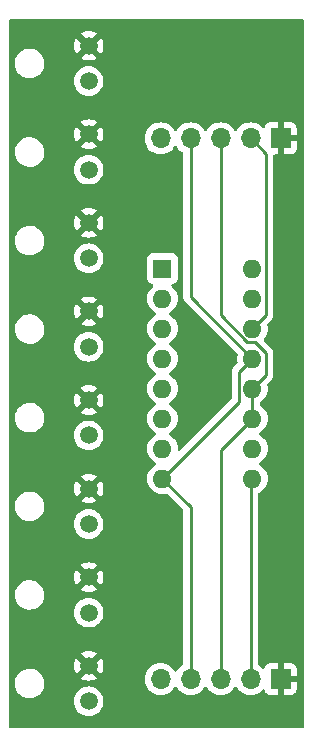
<source format=gbr>
%TF.GenerationSoftware,KiCad,Pcbnew,7.0.1*%
%TF.CreationDate,2023-08-30T09:29:13-04:00*%
%TF.ProjectId,TacTile-L2,54616354-696c-4652-9d4c-322e6b696361,rev?*%
%TF.SameCoordinates,Original*%
%TF.FileFunction,Copper,L1,Top*%
%TF.FilePolarity,Positive*%
%FSLAX46Y46*%
G04 Gerber Fmt 4.6, Leading zero omitted, Abs format (unit mm)*
G04 Created by KiCad (PCBNEW 7.0.1) date 2023-08-30 09:29:13*
%MOMM*%
%LPD*%
G01*
G04 APERTURE LIST*
%TA.AperFunction,ComponentPad*%
%ADD10R,1.700000X1.700000*%
%TD*%
%TA.AperFunction,ComponentPad*%
%ADD11O,1.700000X1.700000*%
%TD*%
%TA.AperFunction,ComponentPad*%
%ADD12C,1.500000*%
%TD*%
%TA.AperFunction,ComponentPad*%
%ADD13R,1.600000X1.600000*%
%TD*%
%TA.AperFunction,ComponentPad*%
%ADD14O,1.600000X1.600000*%
%TD*%
%TA.AperFunction,Conductor*%
%ADD15C,0.250000*%
%TD*%
G04 APERTURE END LIST*
D10*
%TO.P,J1,1,Pin_1*%
%TO.N,/OUT*%
X48000000Y-35100000D03*
D11*
%TO.P,J1,2,Pin_2*%
%TO.N,/SIN*%
X45460000Y-35100000D03*
%TO.P,J1,3,Pin_3*%
%TO.N,/CLK*%
X42920000Y-35100000D03*
%TO.P,J1,4,Pin_4*%
%TO.N,/GND*%
X40380000Y-35100000D03*
%TO.P,J1,5,Pin_5*%
%TO.N,/VCC*%
X37840000Y-35100000D03*
%TD*%
D12*
%TO.P,R2,1*%
%TO.N,/OUT*%
X31750000Y-34750000D03*
%TO.P,R2,2*%
%TO.N,Net-(U1-QB)*%
X31750000Y-37750000D03*
%TD*%
%TO.P,R8,1*%
%TO.N,/OUT*%
X31750000Y-79750000D03*
%TO.P,R8,2*%
%TO.N,Net-(U1-QH)*%
X31750000Y-82750000D03*
%TD*%
%TO.P,R6,1*%
%TO.N,/OUT*%
X31750000Y-64750000D03*
%TO.P,R6,2*%
%TO.N,Net-(U1-QF)*%
X31750000Y-67750000D03*
%TD*%
%TO.P,R4,1*%
%TO.N,/OUT*%
X31750000Y-49750000D03*
%TO.P,R4,2*%
%TO.N,Net-(U1-QD)*%
X31750000Y-52750000D03*
%TD*%
%TO.P,R7,1*%
%TO.N,/OUT*%
X31750000Y-72250000D03*
%TO.P,R7,2*%
%TO.N,Net-(U1-QG)*%
X31750000Y-75250000D03*
%TD*%
%TO.P,R3,1*%
%TO.N,/OUT*%
X31750000Y-42250000D03*
%TO.P,R3,2*%
%TO.N,Net-(U1-QC)*%
X31750000Y-45250000D03*
%TD*%
D13*
%TO.P,U1,1,QB*%
%TO.N,Net-(U1-QB)*%
X38000000Y-46125000D03*
D14*
%TO.P,U1,2,QC*%
%TO.N,Net-(U1-QC)*%
X38000000Y-48665000D03*
%TO.P,U1,3,QD*%
%TO.N,Net-(U1-QD)*%
X38000000Y-51205000D03*
%TO.P,U1,4,QE*%
%TO.N,Net-(U1-QE)*%
X38000000Y-53745000D03*
%TO.P,U1,5,QF*%
%TO.N,Net-(U1-QF)*%
X38000000Y-56285000D03*
%TO.P,U1,6,QG*%
%TO.N,Net-(U1-QG)*%
X38000000Y-58825000D03*
%TO.P,U1,7,QH*%
%TO.N,Net-(U1-QH)*%
X38000000Y-61365000D03*
%TO.P,U1,8,GND*%
%TO.N,/GND*%
X38000000Y-63905000D03*
%TO.P,U1,9,QH'*%
%TO.N,/SOUT*%
X45620000Y-63905000D03*
%TO.P,U1,10,~{SRCLR}*%
%TO.N,/VCC*%
X45620000Y-61365000D03*
%TO.P,U1,11,SRCLK*%
%TO.N,/CLK*%
X45620000Y-58825000D03*
%TO.P,U1,12,RCLK*%
X45620000Y-56285000D03*
%TO.P,U1,13,~{OE}*%
%TO.N,/GND*%
X45620000Y-53745000D03*
%TO.P,U1,14,SER*%
%TO.N,/SIN*%
X45620000Y-51205000D03*
%TO.P,U1,15,QA*%
%TO.N,Net-(U1-QA)*%
X45620000Y-48665000D03*
%TO.P,U1,16,VCC*%
%TO.N,/VCC*%
X45620000Y-46125000D03*
%TD*%
D12*
%TO.P,R1,1*%
%TO.N,/OUT*%
X31750000Y-27250000D03*
%TO.P,R1,2*%
%TO.N,Net-(U1-QA)*%
X31750000Y-30250000D03*
%TD*%
%TO.P,R5,1*%
%TO.N,/OUT*%
X31750000Y-57250000D03*
%TO.P,R5,2*%
%TO.N,Net-(U1-QE)*%
X31750000Y-60250000D03*
%TD*%
D10*
%TO.P,J2,1,Pin_1*%
%TO.N,/OUT*%
X48000000Y-80875000D03*
D11*
%TO.P,J2,2,Pin_2*%
%TO.N,/SOUT*%
X45460000Y-80875000D03*
%TO.P,J2,3,Pin_3*%
%TO.N,/CLK*%
X42920000Y-80875000D03*
%TO.P,J2,4,Pin_4*%
%TO.N,/GND*%
X40380000Y-80875000D03*
%TO.P,J2,5,Pin_5*%
%TO.N,/VCC*%
X37840000Y-80875000D03*
%TD*%
D15*
%TO.N,/GND*%
X40380000Y-35100000D02*
X40380000Y-48505000D01*
X40380000Y-66285000D02*
X38000000Y-63905000D01*
X40380000Y-48505000D02*
X45620000Y-53745000D01*
X44495000Y-57410000D02*
X44495000Y-54870000D01*
X38000000Y-63905000D02*
X44495000Y-57410000D01*
X40380000Y-80875000D02*
X40380000Y-66285000D01*
X44495000Y-54870000D02*
X45620000Y-53745000D01*
%TO.N,/CLK*%
X45620000Y-56285000D02*
X45620000Y-58825000D01*
X45154009Y-52330000D02*
X42920000Y-50095991D01*
X45795991Y-52330000D02*
X45154009Y-52330000D01*
X45620000Y-56285000D02*
X46745000Y-55160000D01*
X46745000Y-53279009D02*
X45795991Y-52330000D01*
X42920000Y-50095991D02*
X42920000Y-35100000D01*
X42920000Y-61525000D02*
X42920000Y-80875000D01*
X45620000Y-58825000D02*
X42920000Y-61525000D01*
X46745000Y-55160000D02*
X46745000Y-53279009D01*
%TO.N,/SIN*%
X46745000Y-36385000D02*
X46745000Y-50080000D01*
X45460000Y-35100000D02*
X46745000Y-36385000D01*
X46745000Y-50080000D02*
X45620000Y-51205000D01*
%TO.N,/SOUT*%
X45460000Y-64065000D02*
X45620000Y-63905000D01*
X45460000Y-80875000D02*
X45460000Y-64065000D01*
%TD*%
%TA.AperFunction,Conductor*%
%TO.N,/OUT*%
G36*
X49937500Y-25017113D02*
G01*
X49982887Y-25062500D01*
X49999500Y-25124500D01*
X49999500Y-84875500D01*
X49982887Y-84937500D01*
X49937500Y-84982887D01*
X49875500Y-84999500D01*
X25124500Y-84999500D01*
X25062500Y-84982887D01*
X25017113Y-84937500D01*
X25000500Y-84875500D01*
X25000500Y-82749999D01*
X30494722Y-82749999D01*
X30513792Y-82967974D01*
X30513793Y-82967977D01*
X30570425Y-83179330D01*
X30662898Y-83377639D01*
X30788402Y-83556877D01*
X30943123Y-83711598D01*
X31122361Y-83837102D01*
X31320670Y-83929575D01*
X31532023Y-83986207D01*
X31750000Y-84005277D01*
X31967977Y-83986207D01*
X32179330Y-83929575D01*
X32377639Y-83837102D01*
X32556877Y-83711598D01*
X32711598Y-83556877D01*
X32837102Y-83377639D01*
X32929575Y-83179330D01*
X32986207Y-82967977D01*
X33005277Y-82750000D01*
X32986207Y-82532023D01*
X32929575Y-82320670D01*
X32837102Y-82122362D01*
X32711598Y-81943123D01*
X32556877Y-81788402D01*
X32377639Y-81662898D01*
X32286205Y-81620261D01*
X32179331Y-81570425D01*
X31967974Y-81513792D01*
X31750000Y-81494722D01*
X31532025Y-81513792D01*
X31320668Y-81570425D01*
X31122361Y-81662898D01*
X30943122Y-81788402D01*
X30788402Y-81943122D01*
X30662898Y-82122361D01*
X30570425Y-82320668D01*
X30513792Y-82532025D01*
X30494722Y-82749999D01*
X25000500Y-82749999D01*
X25000500Y-81306328D01*
X25495709Y-81306328D01*
X25525925Y-81529388D01*
X25561211Y-81637988D01*
X25595483Y-81743464D01*
X25702148Y-81941681D01*
X25842492Y-82117666D01*
X26012004Y-82265765D01*
X26012006Y-82265766D01*
X26205237Y-82381216D01*
X26323214Y-82425493D01*
X26415976Y-82460307D01*
X26637453Y-82500500D01*
X26806153Y-82500500D01*
X26806155Y-82500500D01*
X26974188Y-82485377D01*
X27191170Y-82425493D01*
X27393973Y-82327829D01*
X27576078Y-82195522D01*
X27731632Y-82032825D01*
X27855635Y-81844968D01*
X27944103Y-81637988D01*
X27994191Y-81418537D01*
X28004290Y-81193670D01*
X27974075Y-80970613D01*
X27916405Y-80793124D01*
X31060426Y-80793124D01*
X31060427Y-80793125D01*
X31122610Y-80836666D01*
X31320840Y-80929102D01*
X31532113Y-80985712D01*
X31750000Y-81004775D01*
X31967886Y-80985712D01*
X32179159Y-80929102D01*
X32295180Y-80875000D01*
X36484340Y-80875000D01*
X36504936Y-81110407D01*
X36527247Y-81193671D01*
X36566097Y-81338663D01*
X36665965Y-81552830D01*
X36801505Y-81746401D01*
X36968599Y-81913495D01*
X37162170Y-82049035D01*
X37376337Y-82148903D01*
X37604592Y-82210063D01*
X37840000Y-82230659D01*
X38075408Y-82210063D01*
X38303663Y-82148903D01*
X38517830Y-82049035D01*
X38711401Y-81913495D01*
X38878495Y-81746401D01*
X39008426Y-81560839D01*
X39052743Y-81521975D01*
X39110000Y-81507964D01*
X39167257Y-81521975D01*
X39211573Y-81560839D01*
X39341505Y-81746401D01*
X39508599Y-81913495D01*
X39702170Y-82049035D01*
X39916337Y-82148903D01*
X40144592Y-82210063D01*
X40380000Y-82230659D01*
X40615408Y-82210063D01*
X40843663Y-82148903D01*
X41057830Y-82049035D01*
X41251401Y-81913495D01*
X41418495Y-81746401D01*
X41548426Y-81560839D01*
X41592743Y-81521975D01*
X41650000Y-81507964D01*
X41707257Y-81521975D01*
X41751573Y-81560839D01*
X41881505Y-81746401D01*
X42048599Y-81913495D01*
X42242170Y-82049035D01*
X42456337Y-82148903D01*
X42684592Y-82210063D01*
X42920000Y-82230659D01*
X43155408Y-82210063D01*
X43383663Y-82148903D01*
X43597830Y-82049035D01*
X43791401Y-81913495D01*
X43958495Y-81746401D01*
X44088426Y-81560839D01*
X44132743Y-81521975D01*
X44190000Y-81507964D01*
X44247257Y-81521975D01*
X44291573Y-81560839D01*
X44421505Y-81746401D01*
X44588599Y-81913495D01*
X44782170Y-82049035D01*
X44996337Y-82148903D01*
X45224592Y-82210063D01*
X45460000Y-82230659D01*
X45695408Y-82210063D01*
X45923663Y-82148903D01*
X46137830Y-82049035D01*
X46331401Y-81913495D01*
X46453717Y-81791178D01*
X46506460Y-81759885D01*
X46567752Y-81757696D01*
X46622597Y-81785149D01*
X46657577Y-81835528D01*
X46706647Y-81967088D01*
X46792811Y-82082188D01*
X46907910Y-82168352D01*
X47042624Y-82218597D01*
X47102176Y-82225000D01*
X47750000Y-82225000D01*
X47750000Y-81125000D01*
X48250000Y-81125000D01*
X48250000Y-82225000D01*
X48897824Y-82225000D01*
X48957375Y-82218597D01*
X49092089Y-82168352D01*
X49207188Y-82082188D01*
X49293352Y-81967089D01*
X49343597Y-81832375D01*
X49350000Y-81772824D01*
X49350000Y-81125000D01*
X48250000Y-81125000D01*
X47750000Y-81125000D01*
X47750000Y-79525000D01*
X48250000Y-79525000D01*
X48250000Y-80625000D01*
X49350000Y-80625000D01*
X49350000Y-79977176D01*
X49343597Y-79917624D01*
X49293352Y-79782910D01*
X49207188Y-79667811D01*
X49092089Y-79581647D01*
X48957375Y-79531402D01*
X48897824Y-79525000D01*
X48250000Y-79525000D01*
X47750000Y-79525000D01*
X47102176Y-79525000D01*
X47042624Y-79531402D01*
X46907910Y-79581647D01*
X46792811Y-79667811D01*
X46706646Y-79782913D01*
X46657576Y-79914472D01*
X46622597Y-79964850D01*
X46567753Y-79992303D01*
X46506460Y-79990114D01*
X46453714Y-79958818D01*
X46331404Y-79836508D01*
X46331401Y-79836505D01*
X46138374Y-79701346D01*
X46099511Y-79657030D01*
X46085500Y-79599773D01*
X46085500Y-65201873D01*
X46104919Y-65135248D01*
X46157093Y-65089492D01*
X46272734Y-65035568D01*
X46459139Y-64905047D01*
X46620047Y-64744139D01*
X46750568Y-64557734D01*
X46846739Y-64351496D01*
X46905635Y-64131692D01*
X46925468Y-63905000D01*
X46905635Y-63678308D01*
X46846739Y-63458504D01*
X46750568Y-63252266D01*
X46620047Y-63065861D01*
X46620046Y-63065859D01*
X46459140Y-62904953D01*
X46272733Y-62774431D01*
X46214725Y-62747382D01*
X46162549Y-62701625D01*
X46143129Y-62635000D01*
X46162549Y-62568375D01*
X46214725Y-62522618D01*
X46272734Y-62495568D01*
X46459139Y-62365047D01*
X46620047Y-62204139D01*
X46750568Y-62017734D01*
X46846739Y-61811496D01*
X46905635Y-61591692D01*
X46925468Y-61365000D01*
X46905635Y-61138308D01*
X46846739Y-60918504D01*
X46750568Y-60712266D01*
X46727506Y-60679330D01*
X46620046Y-60525859D01*
X46459140Y-60364953D01*
X46272733Y-60234431D01*
X46214725Y-60207382D01*
X46162549Y-60161625D01*
X46143129Y-60095000D01*
X46162549Y-60028375D01*
X46214725Y-59982618D01*
X46272734Y-59955568D01*
X46459139Y-59825047D01*
X46620047Y-59664139D01*
X46750568Y-59477734D01*
X46846739Y-59271496D01*
X46905635Y-59051692D01*
X46925468Y-58825000D01*
X46905635Y-58598308D01*
X46846739Y-58378504D01*
X46750568Y-58172266D01*
X46670782Y-58058319D01*
X46620046Y-57985859D01*
X46459140Y-57824953D01*
X46298377Y-57712387D01*
X46259511Y-57668069D01*
X46245500Y-57610812D01*
X46245500Y-57499188D01*
X46259511Y-57441931D01*
X46298377Y-57397613D01*
X46459140Y-57285046D01*
X46620046Y-57124140D01*
X46637265Y-57099548D01*
X46750568Y-56937734D01*
X46846739Y-56731496D01*
X46905635Y-56511692D01*
X46925468Y-56285000D01*
X46905635Y-56058308D01*
X46887319Y-55989951D01*
X46887319Y-55925763D01*
X46919411Y-55870178D01*
X47128789Y-55660800D01*
X47144885Y-55647906D01*
X47146873Y-55645787D01*
X47146877Y-55645786D01*
X47192948Y-55596723D01*
X47195566Y-55594023D01*
X47215120Y-55574471D01*
X47217581Y-55571298D01*
X47225156Y-55562427D01*
X47255062Y-55530582D01*
X47264717Y-55513018D01*
X47275394Y-55496764D01*
X47287673Y-55480936D01*
X47305018Y-55440852D01*
X47310160Y-55430356D01*
X47331197Y-55392092D01*
X47336179Y-55372684D01*
X47342481Y-55354280D01*
X47350437Y-55335896D01*
X47357269Y-55292752D01*
X47359633Y-55281338D01*
X47370500Y-55239019D01*
X47370500Y-55218984D01*
X47372027Y-55199585D01*
X47372068Y-55199321D01*
X47375160Y-55179804D01*
X47371050Y-55136325D01*
X47370500Y-55124656D01*
X47370500Y-53361749D01*
X47372763Y-53341245D01*
X47370561Y-53271153D01*
X47370500Y-53267259D01*
X47370500Y-53239666D01*
X47370500Y-53239659D01*
X47369995Y-53235662D01*
X47369080Y-53224032D01*
X47367709Y-53180381D01*
X47362119Y-53161143D01*
X47358174Y-53142091D01*
X47355664Y-53122217D01*
X47343805Y-53092266D01*
X47339578Y-53081590D01*
X47335805Y-53070569D01*
X47323617Y-53028619D01*
X47313421Y-53011378D01*
X47304863Y-52993911D01*
X47297486Y-52975277D01*
X47271798Y-52939921D01*
X47265409Y-52930193D01*
X47243170Y-52892588D01*
X47229006Y-52878424D01*
X47216369Y-52863629D01*
X47204595Y-52847423D01*
X47204594Y-52847422D01*
X47170935Y-52819577D01*
X47162305Y-52811723D01*
X46595065Y-52244483D01*
X46562971Y-52188895D01*
X46562972Y-52124707D01*
X46595064Y-52069121D01*
X46620047Y-52044139D01*
X46750568Y-51857734D01*
X46846739Y-51651496D01*
X46905635Y-51431692D01*
X46925468Y-51205000D01*
X46905635Y-50978308D01*
X46887319Y-50909951D01*
X46887319Y-50845763D01*
X46919411Y-50790178D01*
X47128789Y-50580800D01*
X47144885Y-50567906D01*
X47146873Y-50565787D01*
X47146877Y-50565786D01*
X47192948Y-50516723D01*
X47195566Y-50514023D01*
X47215120Y-50494471D01*
X47217581Y-50491298D01*
X47225156Y-50482427D01*
X47255062Y-50450582D01*
X47264717Y-50433018D01*
X47275394Y-50416764D01*
X47287673Y-50400936D01*
X47305018Y-50360852D01*
X47310160Y-50350356D01*
X47331197Y-50312092D01*
X47336179Y-50292684D01*
X47342481Y-50274280D01*
X47350437Y-50255896D01*
X47357269Y-50212752D01*
X47359633Y-50201338D01*
X47370500Y-50159019D01*
X47370500Y-50138984D01*
X47372027Y-50119585D01*
X47374566Y-50103553D01*
X47375160Y-50099804D01*
X47371050Y-50056325D01*
X47370500Y-50044656D01*
X47370500Y-36574000D01*
X47387113Y-36512000D01*
X47432500Y-36466613D01*
X47494500Y-36450000D01*
X47750000Y-36450000D01*
X47750000Y-35350000D01*
X48250000Y-35350000D01*
X48250000Y-36450000D01*
X48897824Y-36450000D01*
X48957375Y-36443597D01*
X49092089Y-36393352D01*
X49207188Y-36307188D01*
X49293352Y-36192089D01*
X49343597Y-36057375D01*
X49350000Y-35997824D01*
X49350000Y-35350000D01*
X48250000Y-35350000D01*
X47750000Y-35350000D01*
X47750000Y-33750000D01*
X48250000Y-33750000D01*
X48250000Y-34850000D01*
X49350000Y-34850000D01*
X49350000Y-34202176D01*
X49343597Y-34142624D01*
X49293352Y-34007910D01*
X49207188Y-33892811D01*
X49092089Y-33806647D01*
X48957375Y-33756402D01*
X48897824Y-33750000D01*
X48250000Y-33750000D01*
X47750000Y-33750000D01*
X47102176Y-33750000D01*
X47042624Y-33756402D01*
X46907910Y-33806647D01*
X46792811Y-33892811D01*
X46706646Y-34007913D01*
X46657576Y-34139472D01*
X46622597Y-34189850D01*
X46567753Y-34217303D01*
X46506460Y-34215114D01*
X46453714Y-34183818D01*
X46331404Y-34061508D01*
X46331401Y-34061505D01*
X46137830Y-33925965D01*
X45923663Y-33826097D01*
X45851074Y-33806647D01*
X45695407Y-33764936D01*
X45460000Y-33744340D01*
X45224592Y-33764936D01*
X44996336Y-33826097D01*
X44782170Y-33925965D01*
X44588598Y-34061505D01*
X44421505Y-34228598D01*
X44291575Y-34414159D01*
X44247257Y-34453025D01*
X44190000Y-34467036D01*
X44132743Y-34453025D01*
X44088425Y-34414159D01*
X44073449Y-34392771D01*
X43958495Y-34228599D01*
X43791401Y-34061505D01*
X43597830Y-33925965D01*
X43383663Y-33826097D01*
X43311074Y-33806647D01*
X43155407Y-33764936D01*
X42920000Y-33744340D01*
X42684592Y-33764936D01*
X42456336Y-33826097D01*
X42242170Y-33925965D01*
X42048598Y-34061505D01*
X41881505Y-34228598D01*
X41751575Y-34414159D01*
X41707257Y-34453025D01*
X41650000Y-34467036D01*
X41592743Y-34453025D01*
X41548425Y-34414159D01*
X41533449Y-34392771D01*
X41418495Y-34228599D01*
X41251401Y-34061505D01*
X41057830Y-33925965D01*
X40843663Y-33826097D01*
X40771074Y-33806647D01*
X40615407Y-33764936D01*
X40380000Y-33744340D01*
X40144592Y-33764936D01*
X39916336Y-33826097D01*
X39702170Y-33925965D01*
X39508598Y-34061505D01*
X39341505Y-34228598D01*
X39211575Y-34414159D01*
X39167257Y-34453025D01*
X39110000Y-34467036D01*
X39052743Y-34453025D01*
X39008425Y-34414159D01*
X38993449Y-34392771D01*
X38878495Y-34228599D01*
X38711401Y-34061505D01*
X38517830Y-33925965D01*
X38303663Y-33826097D01*
X38231074Y-33806647D01*
X38075407Y-33764936D01*
X37840000Y-33744340D01*
X37604592Y-33764936D01*
X37376336Y-33826097D01*
X37162170Y-33925965D01*
X36968598Y-34061505D01*
X36801505Y-34228598D01*
X36665965Y-34422170D01*
X36566097Y-34636336D01*
X36504936Y-34864592D01*
X36484340Y-35100000D01*
X36504936Y-35335407D01*
X36532847Y-35439571D01*
X36566097Y-35563663D01*
X36665965Y-35777830D01*
X36801505Y-35971401D01*
X36968599Y-36138495D01*
X37162170Y-36274035D01*
X37376337Y-36373903D01*
X37604592Y-36435063D01*
X37840000Y-36455659D01*
X38075408Y-36435063D01*
X38303663Y-36373903D01*
X38517830Y-36274035D01*
X38711401Y-36138495D01*
X38878495Y-35971401D01*
X39008426Y-35785839D01*
X39052743Y-35746975D01*
X39110000Y-35732964D01*
X39167257Y-35746975D01*
X39211573Y-35785839D01*
X39341505Y-35971401D01*
X39508599Y-36138495D01*
X39701625Y-36273653D01*
X39740489Y-36317970D01*
X39754500Y-36375227D01*
X39754500Y-48422256D01*
X39752235Y-48442762D01*
X39754439Y-48512873D01*
X39754500Y-48516768D01*
X39754500Y-48544349D01*
X39755003Y-48548334D01*
X39755918Y-48559967D01*
X39757290Y-48603626D01*
X39762879Y-48622860D01*
X39766825Y-48641916D01*
X39769335Y-48661792D01*
X39785414Y-48702404D01*
X39789197Y-48713451D01*
X39801382Y-48755391D01*
X39811580Y-48772635D01*
X39820136Y-48790100D01*
X39827514Y-48808732D01*
X39827515Y-48808733D01*
X39853180Y-48844059D01*
X39859593Y-48853822D01*
X39881826Y-48891416D01*
X39881829Y-48891419D01*
X39881830Y-48891420D01*
X39895995Y-48905585D01*
X39908627Y-48920375D01*
X39920406Y-48936587D01*
X39954058Y-48964426D01*
X39962699Y-48972289D01*
X44320586Y-53330177D01*
X44352680Y-53385764D01*
X44352680Y-53449950D01*
X44334364Y-53518307D01*
X44314531Y-53744999D01*
X44334364Y-53971690D01*
X44352680Y-54040047D01*
X44352680Y-54104234D01*
X44320586Y-54159821D01*
X44111208Y-54369199D01*
X44095110Y-54382096D01*
X44047096Y-54433225D01*
X44044391Y-54436017D01*
X44024874Y-54455534D01*
X44022415Y-54458705D01*
X44014842Y-54467572D01*
X43984935Y-54499420D01*
X43975285Y-54516974D01*
X43964609Y-54533228D01*
X43952326Y-54549063D01*
X43934975Y-54589158D01*
X43929838Y-54599644D01*
X43908802Y-54637907D01*
X43903821Y-54657309D01*
X43897520Y-54675711D01*
X43889561Y-54694102D01*
X43882728Y-54737242D01*
X43880360Y-54748674D01*
X43869500Y-54790978D01*
X43869500Y-54811016D01*
X43867973Y-54830415D01*
X43864840Y-54850194D01*
X43868950Y-54893675D01*
X43869500Y-54905344D01*
X43869500Y-57099548D01*
X43860061Y-57147001D01*
X43833181Y-57187229D01*
X39512819Y-61507588D01*
X39461392Y-61538489D01*
X39401477Y-61541629D01*
X39347102Y-61516273D01*
X39310995Y-61468357D01*
X39301610Y-61409099D01*
X39305468Y-61364999D01*
X39290289Y-61191507D01*
X39285635Y-61138308D01*
X39226739Y-60918504D01*
X39130568Y-60712266D01*
X39107506Y-60679330D01*
X39000046Y-60525859D01*
X38839140Y-60364953D01*
X38652733Y-60234431D01*
X38594725Y-60207382D01*
X38542549Y-60161625D01*
X38523129Y-60095000D01*
X38542549Y-60028375D01*
X38594725Y-59982618D01*
X38652734Y-59955568D01*
X38839139Y-59825047D01*
X39000047Y-59664139D01*
X39130568Y-59477734D01*
X39226739Y-59271496D01*
X39285635Y-59051692D01*
X39305468Y-58825000D01*
X39285635Y-58598308D01*
X39226739Y-58378504D01*
X39130568Y-58172266D01*
X39050782Y-58058319D01*
X39000046Y-57985859D01*
X38839140Y-57824953D01*
X38652736Y-57694433D01*
X38604993Y-57672170D01*
X38594722Y-57667380D01*
X38542548Y-57621623D01*
X38523129Y-57554997D01*
X38542549Y-57488372D01*
X38594721Y-57442619D01*
X38652734Y-57415568D01*
X38839139Y-57285047D01*
X39000047Y-57124139D01*
X39130568Y-56937734D01*
X39226739Y-56731496D01*
X39285635Y-56511692D01*
X39305468Y-56285000D01*
X39285635Y-56058308D01*
X39226739Y-55838504D01*
X39130568Y-55632266D01*
X39104729Y-55595364D01*
X39000046Y-55445859D01*
X38839140Y-55284953D01*
X38652733Y-55154431D01*
X38594725Y-55127382D01*
X38542549Y-55081625D01*
X38523129Y-55015000D01*
X38542549Y-54948375D01*
X38594725Y-54902618D01*
X38652734Y-54875568D01*
X38839139Y-54745047D01*
X39000047Y-54584139D01*
X39130568Y-54397734D01*
X39226739Y-54191496D01*
X39285635Y-53971692D01*
X39305468Y-53745000D01*
X39285635Y-53518308D01*
X39226739Y-53298504D01*
X39130568Y-53092266D01*
X39086002Y-53028619D01*
X39000046Y-52905859D01*
X38839140Y-52744953D01*
X38652736Y-52614433D01*
X38594723Y-52587381D01*
X38542548Y-52541623D01*
X38523129Y-52474997D01*
X38542549Y-52408372D01*
X38594721Y-52362619D01*
X38652734Y-52335568D01*
X38839139Y-52205047D01*
X39000047Y-52044139D01*
X39130568Y-51857734D01*
X39226739Y-51651496D01*
X39285635Y-51431692D01*
X39305468Y-51205000D01*
X39285635Y-50978308D01*
X39226739Y-50758504D01*
X39130568Y-50552266D01*
X39104729Y-50515364D01*
X39000046Y-50365859D01*
X38839140Y-50204953D01*
X38652733Y-50074431D01*
X38594725Y-50047382D01*
X38542549Y-50001625D01*
X38523129Y-49935000D01*
X38542549Y-49868375D01*
X38594725Y-49822618D01*
X38652734Y-49795568D01*
X38839139Y-49665047D01*
X39000047Y-49504139D01*
X39130568Y-49317734D01*
X39226739Y-49111496D01*
X39285635Y-48891692D01*
X39305468Y-48665000D01*
X39285635Y-48438308D01*
X39226739Y-48218504D01*
X39130568Y-48012266D01*
X39000047Y-47825861D01*
X39000046Y-47825859D01*
X38839140Y-47664953D01*
X38814537Y-47647726D01*
X38775399Y-47602884D01*
X38761666Y-47544970D01*
X38776500Y-47487328D01*
X38816485Y-47443239D01*
X38872406Y-47422861D01*
X38907483Y-47419091D01*
X39042331Y-47368796D01*
X39157546Y-47282546D01*
X39243796Y-47167331D01*
X39294091Y-47032483D01*
X39300500Y-46972873D01*
X39300499Y-45277128D01*
X39294091Y-45217517D01*
X39243796Y-45082669D01*
X39157546Y-44967454D01*
X39042331Y-44881204D01*
X38907483Y-44830909D01*
X38847873Y-44824500D01*
X38847869Y-44824500D01*
X37152130Y-44824500D01*
X37092515Y-44830909D01*
X36957669Y-44881204D01*
X36842454Y-44967454D01*
X36756204Y-45082668D01*
X36705909Y-45217516D01*
X36699500Y-45277130D01*
X36699500Y-46972869D01*
X36705909Y-47032483D01*
X36756204Y-47167331D01*
X36842454Y-47282546D01*
X36957669Y-47368796D01*
X37092517Y-47419091D01*
X37127594Y-47422862D01*
X37183513Y-47443239D01*
X37223497Y-47487327D01*
X37238332Y-47544968D01*
X37224600Y-47602881D01*
X37185464Y-47647724D01*
X37160860Y-47664952D01*
X36999953Y-47825859D01*
X36869432Y-48012264D01*
X36773261Y-48218502D01*
X36714364Y-48438310D01*
X36694531Y-48665000D01*
X36714364Y-48891689D01*
X36773261Y-49111497D01*
X36869432Y-49317735D01*
X36999953Y-49504140D01*
X37160859Y-49665046D01*
X37347263Y-49795566D01*
X37347266Y-49795568D01*
X37405275Y-49822618D01*
X37457450Y-49868375D01*
X37476869Y-49935000D01*
X37457450Y-50001625D01*
X37405275Y-50047382D01*
X37347263Y-50074433D01*
X37160859Y-50204953D01*
X36999953Y-50365859D01*
X36869432Y-50552264D01*
X36773261Y-50758502D01*
X36714364Y-50978310D01*
X36694531Y-51205000D01*
X36714364Y-51431689D01*
X36773261Y-51651497D01*
X36869432Y-51857735D01*
X36999953Y-52044140D01*
X37160859Y-52205046D01*
X37325986Y-52320668D01*
X37347266Y-52335568D01*
X37405275Y-52362618D01*
X37457450Y-52408375D01*
X37476869Y-52475000D01*
X37457450Y-52541625D01*
X37405275Y-52587382D01*
X37347263Y-52614433D01*
X37160859Y-52744953D01*
X36999953Y-52905859D01*
X36869432Y-53092264D01*
X36773261Y-53298502D01*
X36714364Y-53518310D01*
X36694531Y-53745000D01*
X36714364Y-53971689D01*
X36773261Y-54191497D01*
X36869432Y-54397735D01*
X36999953Y-54584140D01*
X37160859Y-54745046D01*
X37347263Y-54875566D01*
X37347266Y-54875568D01*
X37405275Y-54902618D01*
X37457450Y-54948375D01*
X37476869Y-55015000D01*
X37457450Y-55081625D01*
X37405275Y-55127382D01*
X37347263Y-55154433D01*
X37160859Y-55284953D01*
X36999953Y-55445859D01*
X36869432Y-55632264D01*
X36773261Y-55838502D01*
X36714364Y-56058310D01*
X36694531Y-56285000D01*
X36714364Y-56511689D01*
X36773261Y-56731497D01*
X36869432Y-56937735D01*
X36999953Y-57124140D01*
X37160859Y-57285046D01*
X37321623Y-57397613D01*
X37347266Y-57415568D01*
X37405275Y-57442618D01*
X37457450Y-57488375D01*
X37476869Y-57555000D01*
X37457450Y-57621625D01*
X37405275Y-57667381D01*
X37395007Y-57672170D01*
X37347263Y-57694433D01*
X37160859Y-57824953D01*
X36999953Y-57985859D01*
X36869432Y-58172264D01*
X36773261Y-58378502D01*
X36714364Y-58598310D01*
X36694531Y-58825000D01*
X36714364Y-59051689D01*
X36773261Y-59271497D01*
X36869432Y-59477735D01*
X36999953Y-59664140D01*
X37160859Y-59825046D01*
X37304314Y-59925493D01*
X37347266Y-59955568D01*
X37405273Y-59982617D01*
X37457449Y-60028373D01*
X37476869Y-60094997D01*
X37457451Y-60161622D01*
X37405276Y-60207380D01*
X37347266Y-60234431D01*
X37160859Y-60364953D01*
X36999953Y-60525859D01*
X36869432Y-60712264D01*
X36773261Y-60918502D01*
X36714364Y-61138310D01*
X36694531Y-61365000D01*
X36714364Y-61591689D01*
X36773261Y-61811497D01*
X36869432Y-62017735D01*
X36999953Y-62204140D01*
X37160859Y-62365046D01*
X37347263Y-62495566D01*
X37347266Y-62495568D01*
X37405275Y-62522618D01*
X37457450Y-62568375D01*
X37476869Y-62635000D01*
X37457450Y-62701625D01*
X37405275Y-62747382D01*
X37347263Y-62774433D01*
X37160859Y-62904953D01*
X36999953Y-63065859D01*
X36869432Y-63252264D01*
X36773261Y-63458502D01*
X36714364Y-63678310D01*
X36694531Y-63905000D01*
X36714364Y-64131689D01*
X36773261Y-64351497D01*
X36869432Y-64557735D01*
X36999953Y-64744140D01*
X37160859Y-64905046D01*
X37347264Y-65035567D01*
X37347265Y-65035567D01*
X37347266Y-65035568D01*
X37553504Y-65131739D01*
X37773308Y-65190635D01*
X38000000Y-65210468D01*
X38226692Y-65190635D01*
X38295048Y-65172319D01*
X38359234Y-65172319D01*
X38414822Y-65204413D01*
X39718181Y-66507772D01*
X39745061Y-66548000D01*
X39754500Y-66595453D01*
X39754500Y-79599774D01*
X39740489Y-79657031D01*
X39701623Y-79701349D01*
X39508598Y-79836505D01*
X39341505Y-80003598D01*
X39211575Y-80189159D01*
X39167257Y-80228025D01*
X39110000Y-80242036D01*
X39052743Y-80228025D01*
X39008425Y-80189159D01*
X38878494Y-80003598D01*
X38711404Y-79836508D01*
X38711401Y-79836505D01*
X38517830Y-79700965D01*
X38303663Y-79601097D01*
X38231074Y-79581647D01*
X38075407Y-79539936D01*
X37840000Y-79519340D01*
X37604592Y-79539936D01*
X37376336Y-79601097D01*
X37162170Y-79700965D01*
X36968598Y-79836505D01*
X36801505Y-80003598D01*
X36665965Y-80197170D01*
X36566097Y-80411336D01*
X36504936Y-80639592D01*
X36484340Y-80875000D01*
X32295180Y-80875000D01*
X32377385Y-80836667D01*
X32439572Y-80793124D01*
X31750001Y-80103553D01*
X31750000Y-80103553D01*
X31060426Y-80793124D01*
X27916405Y-80793124D01*
X27904517Y-80756536D01*
X27797852Y-80558319D01*
X27657508Y-80382334D01*
X27487996Y-80234235D01*
X27487993Y-80234233D01*
X27294762Y-80118783D01*
X27084025Y-80039693D01*
X26862547Y-79999500D01*
X26693845Y-79999500D01*
X26648312Y-80003598D01*
X26525809Y-80014623D01*
X26308828Y-80074507D01*
X26106027Y-80172170D01*
X25923925Y-80304475D01*
X25768365Y-80467178D01*
X25644365Y-80655031D01*
X25555896Y-80862012D01*
X25505809Y-81081462D01*
X25495709Y-81306328D01*
X25000500Y-81306328D01*
X25000500Y-79749999D01*
X30495224Y-79749999D01*
X30514287Y-79967886D01*
X30570898Y-80179161D01*
X30663331Y-80377386D01*
X30706873Y-80439571D01*
X30706875Y-80439572D01*
X31396447Y-79750001D01*
X31396447Y-79750000D01*
X32103553Y-79750000D01*
X32793124Y-80439572D01*
X32836667Y-80377385D01*
X32929102Y-80179159D01*
X32985712Y-79967886D01*
X33004775Y-79750000D01*
X32985712Y-79532113D01*
X32929102Y-79320840D01*
X32836667Y-79122615D01*
X32793123Y-79060428D01*
X32103553Y-79750000D01*
X31396447Y-79750000D01*
X30706875Y-79060427D01*
X30706874Y-79060428D01*
X30663333Y-79122611D01*
X30570897Y-79320840D01*
X30514287Y-79532113D01*
X30495224Y-79749999D01*
X25000500Y-79749999D01*
X25000500Y-78706875D01*
X31060427Y-78706875D01*
X31750000Y-79396447D01*
X31750001Y-79396447D01*
X32439572Y-78706875D01*
X32439571Y-78706873D01*
X32377386Y-78663331D01*
X32179161Y-78570898D01*
X31967886Y-78514287D01*
X31750000Y-78495224D01*
X31532113Y-78514287D01*
X31320840Y-78570897D01*
X31122611Y-78663333D01*
X31060428Y-78706874D01*
X31060427Y-78706875D01*
X25000500Y-78706875D01*
X25000500Y-75250000D01*
X30494722Y-75250000D01*
X30513792Y-75467974D01*
X30513793Y-75467977D01*
X30570425Y-75679330D01*
X30662898Y-75877639D01*
X30788402Y-76056877D01*
X30943123Y-76211598D01*
X31122361Y-76337102D01*
X31320670Y-76429575D01*
X31532023Y-76486207D01*
X31750000Y-76505277D01*
X31967977Y-76486207D01*
X32179330Y-76429575D01*
X32377639Y-76337102D01*
X32556877Y-76211598D01*
X32711598Y-76056877D01*
X32837102Y-75877639D01*
X32929575Y-75679330D01*
X32986207Y-75467977D01*
X33005277Y-75250000D01*
X32986207Y-75032023D01*
X32929575Y-74820670D01*
X32837102Y-74622362D01*
X32711598Y-74443123D01*
X32556877Y-74288402D01*
X32377639Y-74162898D01*
X32286205Y-74120261D01*
X32179331Y-74070425D01*
X31967974Y-74013792D01*
X31749999Y-73994722D01*
X31532025Y-74013792D01*
X31320668Y-74070425D01*
X31122361Y-74162898D01*
X30943122Y-74288402D01*
X30788402Y-74443122D01*
X30662898Y-74622361D01*
X30570425Y-74820668D01*
X30513792Y-75032025D01*
X30494722Y-75250000D01*
X25000500Y-75250000D01*
X25000500Y-73806328D01*
X25495709Y-73806328D01*
X25525925Y-74029388D01*
X25561211Y-74137988D01*
X25595483Y-74243464D01*
X25702148Y-74441681D01*
X25842492Y-74617666D01*
X26012004Y-74765765D01*
X26012006Y-74765766D01*
X26205237Y-74881216D01*
X26323214Y-74925493D01*
X26415976Y-74960307D01*
X26637453Y-75000500D01*
X26806153Y-75000500D01*
X26806155Y-75000500D01*
X26974188Y-74985377D01*
X27191170Y-74925493D01*
X27393973Y-74827829D01*
X27576078Y-74695522D01*
X27731632Y-74532825D01*
X27855635Y-74344968D01*
X27944103Y-74137988D01*
X27994191Y-73918537D01*
X28004290Y-73693670D01*
X27974075Y-73470613D01*
X27916405Y-73293124D01*
X31060426Y-73293124D01*
X31060427Y-73293125D01*
X31122610Y-73336666D01*
X31320840Y-73429102D01*
X31532113Y-73485712D01*
X31750000Y-73504775D01*
X31967886Y-73485712D01*
X32179159Y-73429102D01*
X32377385Y-73336667D01*
X32439572Y-73293124D01*
X31750001Y-72603553D01*
X31750000Y-72603553D01*
X31060426Y-73293124D01*
X27916405Y-73293124D01*
X27904517Y-73256536D01*
X27797852Y-73058319D01*
X27657508Y-72882334D01*
X27487996Y-72734235D01*
X27487993Y-72734233D01*
X27294762Y-72618783D01*
X27084025Y-72539693D01*
X26862547Y-72499500D01*
X26693845Y-72499500D01*
X26626631Y-72505549D01*
X26525809Y-72514623D01*
X26308828Y-72574507D01*
X26106027Y-72672170D01*
X25923925Y-72804475D01*
X25768365Y-72967178D01*
X25644365Y-73155031D01*
X25555896Y-73362012D01*
X25505809Y-73581462D01*
X25495709Y-73806328D01*
X25000500Y-73806328D01*
X25000500Y-72250000D01*
X30495224Y-72250000D01*
X30514287Y-72467886D01*
X30570898Y-72679161D01*
X30663331Y-72877386D01*
X30706873Y-72939571D01*
X30706875Y-72939572D01*
X31396447Y-72250001D01*
X31396447Y-72250000D01*
X32103553Y-72250000D01*
X32793124Y-72939572D01*
X32836667Y-72877385D01*
X32929102Y-72679159D01*
X32985712Y-72467886D01*
X33004775Y-72250000D01*
X32985712Y-72032113D01*
X32929102Y-71820840D01*
X32836667Y-71622615D01*
X32793123Y-71560428D01*
X32103553Y-72250000D01*
X31396447Y-72250000D01*
X30706875Y-71560427D01*
X30706874Y-71560428D01*
X30663333Y-71622611D01*
X30570897Y-71820840D01*
X30514287Y-72032113D01*
X30495224Y-72250000D01*
X25000500Y-72250000D01*
X25000500Y-71206875D01*
X31060427Y-71206875D01*
X31750000Y-71896447D01*
X31750001Y-71896447D01*
X32439572Y-71206875D01*
X32439571Y-71206873D01*
X32377386Y-71163331D01*
X32179161Y-71070898D01*
X31967886Y-71014287D01*
X31750000Y-70995224D01*
X31532113Y-71014287D01*
X31320840Y-71070897D01*
X31122611Y-71163333D01*
X31060428Y-71206874D01*
X31060427Y-71206875D01*
X25000500Y-71206875D01*
X25000500Y-67749999D01*
X30494722Y-67749999D01*
X30513792Y-67967974D01*
X30513793Y-67967977D01*
X30570425Y-68179330D01*
X30662898Y-68377639D01*
X30788402Y-68556877D01*
X30943123Y-68711598D01*
X31122361Y-68837102D01*
X31320670Y-68929575D01*
X31532023Y-68986207D01*
X31750000Y-69005277D01*
X31967977Y-68986207D01*
X32179330Y-68929575D01*
X32377639Y-68837102D01*
X32556877Y-68711598D01*
X32711598Y-68556877D01*
X32837102Y-68377639D01*
X32929575Y-68179330D01*
X32986207Y-67967977D01*
X33005277Y-67750000D01*
X32986207Y-67532023D01*
X32929575Y-67320670D01*
X32837102Y-67122362D01*
X32711598Y-66943123D01*
X32556877Y-66788402D01*
X32377639Y-66662898D01*
X32233003Y-66595453D01*
X32179331Y-66570425D01*
X31967974Y-66513792D01*
X31750000Y-66494722D01*
X31532025Y-66513792D01*
X31320668Y-66570425D01*
X31122361Y-66662898D01*
X30943122Y-66788402D01*
X30788402Y-66943122D01*
X30662898Y-67122361D01*
X30570425Y-67320668D01*
X30513792Y-67532025D01*
X30494722Y-67749999D01*
X25000500Y-67749999D01*
X25000500Y-66306328D01*
X25495709Y-66306328D01*
X25525925Y-66529388D01*
X25561211Y-66637988D01*
X25595483Y-66743464D01*
X25702148Y-66941681D01*
X25842492Y-67117666D01*
X26012004Y-67265765D01*
X26012006Y-67265766D01*
X26205237Y-67381216D01*
X26323214Y-67425493D01*
X26415976Y-67460307D01*
X26637453Y-67500500D01*
X26806153Y-67500500D01*
X26806155Y-67500500D01*
X26974188Y-67485377D01*
X27191170Y-67425493D01*
X27393973Y-67327829D01*
X27576078Y-67195522D01*
X27731632Y-67032825D01*
X27855635Y-66844968D01*
X27944103Y-66637988D01*
X27994191Y-66418537D01*
X28004290Y-66193670D01*
X27974075Y-65970613D01*
X27916405Y-65793124D01*
X31060426Y-65793124D01*
X31060427Y-65793125D01*
X31122610Y-65836666D01*
X31320840Y-65929102D01*
X31532113Y-65985712D01*
X31750000Y-66004775D01*
X31967886Y-65985712D01*
X32179159Y-65929102D01*
X32377385Y-65836667D01*
X32439572Y-65793124D01*
X31750001Y-65103553D01*
X31750000Y-65103553D01*
X31060426Y-65793124D01*
X27916405Y-65793124D01*
X27904517Y-65756536D01*
X27797852Y-65558319D01*
X27657508Y-65382334D01*
X27487996Y-65234235D01*
X27487993Y-65234233D01*
X27294762Y-65118783D01*
X27084025Y-65039693D01*
X26862547Y-64999500D01*
X26693845Y-64999500D01*
X26626631Y-65005549D01*
X26525809Y-65014623D01*
X26308828Y-65074507D01*
X26106027Y-65172170D01*
X25923925Y-65304475D01*
X25768365Y-65467178D01*
X25644365Y-65655031D01*
X25555896Y-65862012D01*
X25505809Y-66081462D01*
X25495709Y-66306328D01*
X25000500Y-66306328D01*
X25000500Y-64750000D01*
X30495224Y-64750000D01*
X30514287Y-64967886D01*
X30570898Y-65179161D01*
X30663331Y-65377386D01*
X30706873Y-65439571D01*
X30706875Y-65439572D01*
X31396447Y-64750001D01*
X31396447Y-64750000D01*
X32103553Y-64750000D01*
X32793124Y-65439572D01*
X32836667Y-65377385D01*
X32929102Y-65179159D01*
X32985712Y-64967886D01*
X33004775Y-64750000D01*
X32985712Y-64532113D01*
X32929102Y-64320840D01*
X32836667Y-64122615D01*
X32793123Y-64060428D01*
X32103553Y-64750000D01*
X31396447Y-64750000D01*
X30706875Y-64060427D01*
X30706874Y-64060428D01*
X30663333Y-64122611D01*
X30570897Y-64320840D01*
X30514287Y-64532113D01*
X30495224Y-64750000D01*
X25000500Y-64750000D01*
X25000500Y-63706875D01*
X31060427Y-63706875D01*
X31750000Y-64396447D01*
X31750001Y-64396447D01*
X32439572Y-63706875D01*
X32439571Y-63706873D01*
X32377386Y-63663331D01*
X32179161Y-63570898D01*
X31967886Y-63514287D01*
X31750000Y-63495224D01*
X31532113Y-63514287D01*
X31320840Y-63570897D01*
X31122611Y-63663333D01*
X31060428Y-63706874D01*
X31060427Y-63706875D01*
X25000500Y-63706875D01*
X25000500Y-60250000D01*
X30494722Y-60250000D01*
X30513792Y-60467974D01*
X30513793Y-60467977D01*
X30570425Y-60679330D01*
X30662898Y-60877639D01*
X30788402Y-61056877D01*
X30943123Y-61211598D01*
X31122361Y-61337102D01*
X31320670Y-61429575D01*
X31532023Y-61486207D01*
X31750000Y-61505277D01*
X31967977Y-61486207D01*
X32179330Y-61429575D01*
X32377639Y-61337102D01*
X32556877Y-61211598D01*
X32711598Y-61056877D01*
X32837102Y-60877639D01*
X32929575Y-60679330D01*
X32986207Y-60467977D01*
X33005277Y-60250000D01*
X32986207Y-60032023D01*
X32929575Y-59820670D01*
X32837102Y-59622362D01*
X32711598Y-59443123D01*
X32556877Y-59288402D01*
X32377639Y-59162898D01*
X32285745Y-59120047D01*
X32179331Y-59070425D01*
X31967974Y-59013792D01*
X31750000Y-58994722D01*
X31532025Y-59013792D01*
X31320668Y-59070425D01*
X31122361Y-59162898D01*
X30943122Y-59288402D01*
X30788402Y-59443122D01*
X30662898Y-59622361D01*
X30570425Y-59820668D01*
X30513792Y-60032025D01*
X30494722Y-60250000D01*
X25000500Y-60250000D01*
X25000500Y-58806328D01*
X25495709Y-58806328D01*
X25525925Y-59029388D01*
X25561211Y-59137988D01*
X25595483Y-59243464D01*
X25702148Y-59441681D01*
X25842492Y-59617666D01*
X26012004Y-59765765D01*
X26012006Y-59765766D01*
X26205237Y-59881216D01*
X26323214Y-59925493D01*
X26415976Y-59960307D01*
X26637453Y-60000500D01*
X26806153Y-60000500D01*
X26806155Y-60000500D01*
X26974188Y-59985377D01*
X27191170Y-59925493D01*
X27393973Y-59827829D01*
X27576078Y-59695522D01*
X27731632Y-59532825D01*
X27855635Y-59344968D01*
X27944103Y-59137988D01*
X27994191Y-58918537D01*
X28004290Y-58693670D01*
X27974075Y-58470613D01*
X27916405Y-58293124D01*
X31060426Y-58293124D01*
X31060427Y-58293125D01*
X31122610Y-58336666D01*
X31320840Y-58429102D01*
X31532113Y-58485712D01*
X31750000Y-58504775D01*
X31967886Y-58485712D01*
X32179159Y-58429102D01*
X32377385Y-58336667D01*
X32439572Y-58293124D01*
X31750001Y-57603553D01*
X31750000Y-57603553D01*
X31060426Y-58293124D01*
X27916405Y-58293124D01*
X27904517Y-58256536D01*
X27797852Y-58058319D01*
X27657508Y-57882334D01*
X27487996Y-57734235D01*
X27487993Y-57734233D01*
X27294762Y-57618783D01*
X27084025Y-57539693D01*
X26862547Y-57499500D01*
X26693845Y-57499500D01*
X26626631Y-57505549D01*
X26525809Y-57514623D01*
X26308828Y-57574507D01*
X26106027Y-57672170D01*
X25923925Y-57804475D01*
X25768365Y-57967178D01*
X25644365Y-58155031D01*
X25555896Y-58362012D01*
X25505809Y-58581462D01*
X25495709Y-58806328D01*
X25000500Y-58806328D01*
X25000500Y-57249999D01*
X30495224Y-57249999D01*
X30514287Y-57467886D01*
X30570898Y-57679161D01*
X30663331Y-57877386D01*
X30706873Y-57939571D01*
X30706875Y-57939572D01*
X31396447Y-57250001D01*
X31396447Y-57250000D01*
X32103553Y-57250000D01*
X32793124Y-57939572D01*
X32836667Y-57877385D01*
X32929102Y-57679159D01*
X32985712Y-57467886D01*
X33004775Y-57249999D01*
X32985712Y-57032113D01*
X32929102Y-56820840D01*
X32836667Y-56622615D01*
X32793123Y-56560428D01*
X32103553Y-57250000D01*
X31396447Y-57250000D01*
X30706875Y-56560427D01*
X30706874Y-56560428D01*
X30663333Y-56622611D01*
X30570897Y-56820840D01*
X30514287Y-57032113D01*
X30495224Y-57249999D01*
X25000500Y-57249999D01*
X25000500Y-56206875D01*
X31060427Y-56206875D01*
X31750000Y-56896447D01*
X31750001Y-56896447D01*
X32439572Y-56206875D01*
X32439571Y-56206873D01*
X32377386Y-56163331D01*
X32179161Y-56070898D01*
X31967886Y-56014287D01*
X31750000Y-55995224D01*
X31532113Y-56014287D01*
X31320840Y-56070897D01*
X31122611Y-56163333D01*
X31060428Y-56206874D01*
X31060427Y-56206875D01*
X25000500Y-56206875D01*
X25000500Y-52750000D01*
X30494722Y-52750000D01*
X30513792Y-52967974D01*
X30570425Y-53179331D01*
X30596704Y-53235686D01*
X30662898Y-53377639D01*
X30788402Y-53556877D01*
X30943123Y-53711598D01*
X31122361Y-53837102D01*
X31320670Y-53929575D01*
X31532023Y-53986207D01*
X31750000Y-54005277D01*
X31967977Y-53986207D01*
X32179330Y-53929575D01*
X32377639Y-53837102D01*
X32556877Y-53711598D01*
X32711598Y-53556877D01*
X32837102Y-53377639D01*
X32929575Y-53179330D01*
X32986207Y-52967977D01*
X33005277Y-52750000D01*
X32986207Y-52532023D01*
X32929575Y-52320670D01*
X32837102Y-52122362D01*
X32711598Y-51943123D01*
X32556877Y-51788402D01*
X32377639Y-51662898D01*
X32286205Y-51620261D01*
X32179331Y-51570425D01*
X31967974Y-51513792D01*
X31750000Y-51494722D01*
X31532025Y-51513792D01*
X31320668Y-51570425D01*
X31122361Y-51662898D01*
X30943122Y-51788402D01*
X30788402Y-51943122D01*
X30662898Y-52122361D01*
X30570425Y-52320668D01*
X30513792Y-52532025D01*
X30494722Y-52750000D01*
X25000500Y-52750000D01*
X25000500Y-51306328D01*
X25495709Y-51306328D01*
X25525925Y-51529388D01*
X25565600Y-51651496D01*
X25595483Y-51743464D01*
X25702148Y-51941681D01*
X25842492Y-52117666D01*
X26012004Y-52265765D01*
X26012006Y-52265766D01*
X26205237Y-52381216D01*
X26323214Y-52425493D01*
X26415976Y-52460307D01*
X26637453Y-52500500D01*
X26806153Y-52500500D01*
X26806155Y-52500500D01*
X26974188Y-52485377D01*
X27191170Y-52425493D01*
X27393973Y-52327829D01*
X27576078Y-52195522D01*
X27731632Y-52032825D01*
X27855635Y-51844968D01*
X27944103Y-51637988D01*
X27994191Y-51418537D01*
X28004290Y-51193670D01*
X27974075Y-50970613D01*
X27916405Y-50793124D01*
X31060426Y-50793124D01*
X31060427Y-50793125D01*
X31122610Y-50836666D01*
X31320840Y-50929102D01*
X31532113Y-50985712D01*
X31750000Y-51004775D01*
X31967886Y-50985712D01*
X32179159Y-50929102D01*
X32377385Y-50836667D01*
X32439572Y-50793124D01*
X31750001Y-50103553D01*
X31750000Y-50103553D01*
X31060426Y-50793124D01*
X27916405Y-50793124D01*
X27904517Y-50756536D01*
X27797852Y-50558319D01*
X27657508Y-50382334D01*
X27487996Y-50234235D01*
X27438986Y-50204953D01*
X27294762Y-50118783D01*
X27084025Y-50039693D01*
X26862547Y-49999500D01*
X26693845Y-49999500D01*
X26626631Y-50005549D01*
X26525809Y-50014623D01*
X26308828Y-50074507D01*
X26106027Y-50172170D01*
X25923925Y-50304475D01*
X25768365Y-50467178D01*
X25644365Y-50655031D01*
X25555896Y-50862012D01*
X25505809Y-51081462D01*
X25495709Y-51306328D01*
X25000500Y-51306328D01*
X25000500Y-49749999D01*
X30495224Y-49749999D01*
X30514287Y-49967886D01*
X30570898Y-50179161D01*
X30663331Y-50377386D01*
X30706873Y-50439571D01*
X30706875Y-50439572D01*
X31396447Y-49750001D01*
X31396447Y-49750000D01*
X32103553Y-49750000D01*
X32793124Y-50439572D01*
X32836667Y-50377385D01*
X32929102Y-50179159D01*
X32985712Y-49967886D01*
X33004775Y-49750000D01*
X32985712Y-49532113D01*
X32929102Y-49320840D01*
X32836667Y-49122615D01*
X32793123Y-49060428D01*
X32103553Y-49750000D01*
X31396447Y-49750000D01*
X30706875Y-49060427D01*
X30706874Y-49060428D01*
X30663333Y-49122611D01*
X30570897Y-49320840D01*
X30514287Y-49532113D01*
X30495224Y-49749999D01*
X25000500Y-49749999D01*
X25000500Y-48706875D01*
X31060427Y-48706875D01*
X31750000Y-49396447D01*
X31750001Y-49396447D01*
X32439572Y-48706875D01*
X32439571Y-48706873D01*
X32377386Y-48663331D01*
X32179161Y-48570898D01*
X31967886Y-48514287D01*
X31750000Y-48495224D01*
X31532113Y-48514287D01*
X31320840Y-48570897D01*
X31122611Y-48663333D01*
X31060428Y-48706874D01*
X31060427Y-48706875D01*
X25000500Y-48706875D01*
X25000500Y-45250000D01*
X30494722Y-45250000D01*
X30513792Y-45467974D01*
X30570203Y-45678504D01*
X30570425Y-45679330D01*
X30662898Y-45877639D01*
X30788402Y-46056877D01*
X30943123Y-46211598D01*
X31122361Y-46337102D01*
X31320670Y-46429575D01*
X31532023Y-46486207D01*
X31750000Y-46505277D01*
X31967977Y-46486207D01*
X32179330Y-46429575D01*
X32377639Y-46337102D01*
X32556877Y-46211598D01*
X32711598Y-46056877D01*
X32837102Y-45877639D01*
X32929575Y-45679330D01*
X32986207Y-45467977D01*
X33005277Y-45250000D01*
X32986207Y-45032023D01*
X32929575Y-44820670D01*
X32837102Y-44622362D01*
X32711598Y-44443123D01*
X32556877Y-44288402D01*
X32377639Y-44162898D01*
X32286205Y-44120261D01*
X32179331Y-44070425D01*
X31967974Y-44013792D01*
X31750000Y-43994722D01*
X31532025Y-44013792D01*
X31320668Y-44070425D01*
X31122361Y-44162898D01*
X30943122Y-44288402D01*
X30788402Y-44443122D01*
X30662898Y-44622361D01*
X30570425Y-44820668D01*
X30513792Y-45032025D01*
X30494722Y-45250000D01*
X25000500Y-45250000D01*
X25000500Y-43806328D01*
X25495709Y-43806328D01*
X25525925Y-44029388D01*
X25561211Y-44137988D01*
X25595483Y-44243464D01*
X25702148Y-44441681D01*
X25842492Y-44617666D01*
X26012004Y-44765765D01*
X26012006Y-44765766D01*
X26205237Y-44881216D01*
X26323214Y-44925493D01*
X26415976Y-44960307D01*
X26637453Y-45000500D01*
X26806153Y-45000500D01*
X26806155Y-45000500D01*
X26974188Y-44985377D01*
X27191170Y-44925493D01*
X27393973Y-44827829D01*
X27576078Y-44695522D01*
X27731632Y-44532825D01*
X27855635Y-44344968D01*
X27944103Y-44137988D01*
X27994191Y-43918537D01*
X28004290Y-43693670D01*
X27974075Y-43470613D01*
X27916405Y-43293124D01*
X31060426Y-43293124D01*
X31060427Y-43293125D01*
X31122610Y-43336666D01*
X31320840Y-43429102D01*
X31532113Y-43485712D01*
X31750000Y-43504775D01*
X31967886Y-43485712D01*
X32179159Y-43429102D01*
X32377385Y-43336667D01*
X32439572Y-43293124D01*
X31750001Y-42603553D01*
X31750000Y-42603553D01*
X31060426Y-43293124D01*
X27916405Y-43293124D01*
X27904517Y-43256536D01*
X27797852Y-43058319D01*
X27657508Y-42882334D01*
X27487996Y-42734235D01*
X27487993Y-42734233D01*
X27294762Y-42618783D01*
X27084025Y-42539693D01*
X26862547Y-42499500D01*
X26693845Y-42499500D01*
X26626631Y-42505549D01*
X26525809Y-42514623D01*
X26308828Y-42574507D01*
X26106027Y-42672170D01*
X25923925Y-42804475D01*
X25768365Y-42967178D01*
X25644365Y-43155031D01*
X25555896Y-43362012D01*
X25505809Y-43581462D01*
X25495709Y-43806328D01*
X25000500Y-43806328D01*
X25000500Y-42250000D01*
X30495224Y-42250000D01*
X30514287Y-42467886D01*
X30570898Y-42679161D01*
X30663331Y-42877386D01*
X30706873Y-42939571D01*
X30706875Y-42939572D01*
X31396447Y-42250001D01*
X31396447Y-42250000D01*
X32103553Y-42250000D01*
X32793124Y-42939572D01*
X32836667Y-42877385D01*
X32929102Y-42679159D01*
X32985712Y-42467886D01*
X33004775Y-42250000D01*
X32985712Y-42032113D01*
X32929102Y-41820840D01*
X32836667Y-41622615D01*
X32793123Y-41560428D01*
X32103553Y-42250000D01*
X31396447Y-42250000D01*
X30706875Y-41560427D01*
X30706874Y-41560428D01*
X30663333Y-41622611D01*
X30570897Y-41820840D01*
X30514287Y-42032113D01*
X30495224Y-42250000D01*
X25000500Y-42250000D01*
X25000500Y-41206875D01*
X31060427Y-41206875D01*
X31750000Y-41896447D01*
X31750001Y-41896447D01*
X32439572Y-41206875D01*
X32439571Y-41206873D01*
X32377386Y-41163331D01*
X32179161Y-41070898D01*
X31967886Y-41014287D01*
X31750000Y-40995224D01*
X31532113Y-41014287D01*
X31320840Y-41070897D01*
X31122611Y-41163333D01*
X31060428Y-41206874D01*
X31060427Y-41206875D01*
X25000500Y-41206875D01*
X25000500Y-37750000D01*
X30494722Y-37750000D01*
X30513792Y-37967974D01*
X30513793Y-37967977D01*
X30570425Y-38179330D01*
X30662898Y-38377639D01*
X30788402Y-38556877D01*
X30943123Y-38711598D01*
X31122361Y-38837102D01*
X31320670Y-38929575D01*
X31532023Y-38986207D01*
X31750000Y-39005277D01*
X31967977Y-38986207D01*
X32179330Y-38929575D01*
X32377639Y-38837102D01*
X32556877Y-38711598D01*
X32711598Y-38556877D01*
X32837102Y-38377639D01*
X32929575Y-38179330D01*
X32986207Y-37967977D01*
X33005277Y-37750000D01*
X32986207Y-37532023D01*
X32929575Y-37320670D01*
X32837102Y-37122362D01*
X32711598Y-36943123D01*
X32556877Y-36788402D01*
X32377639Y-36662898D01*
X32259421Y-36607772D01*
X32179331Y-36570425D01*
X31967974Y-36513792D01*
X31750000Y-36494722D01*
X31532025Y-36513792D01*
X31320668Y-36570425D01*
X31122361Y-36662898D01*
X30943122Y-36788402D01*
X30788402Y-36943122D01*
X30662898Y-37122361D01*
X30570425Y-37320668D01*
X30513792Y-37532025D01*
X30494722Y-37750000D01*
X25000500Y-37750000D01*
X25000500Y-36306328D01*
X25495709Y-36306328D01*
X25525925Y-36529388D01*
X25564464Y-36648000D01*
X25595483Y-36743464D01*
X25702148Y-36941681D01*
X25842492Y-37117666D01*
X26012004Y-37265765D01*
X26012006Y-37265766D01*
X26205237Y-37381216D01*
X26323214Y-37425493D01*
X26415976Y-37460307D01*
X26637453Y-37500500D01*
X26806153Y-37500500D01*
X26806155Y-37500500D01*
X26974188Y-37485377D01*
X27191170Y-37425493D01*
X27393973Y-37327829D01*
X27576078Y-37195522D01*
X27731632Y-37032825D01*
X27855635Y-36844968D01*
X27944103Y-36637988D01*
X27994191Y-36418537D01*
X28004290Y-36193670D01*
X27974075Y-35970613D01*
X27916405Y-35793124D01*
X31060426Y-35793124D01*
X31060427Y-35793125D01*
X31122610Y-35836666D01*
X31320840Y-35929102D01*
X31532113Y-35985712D01*
X31750000Y-36004775D01*
X31967886Y-35985712D01*
X32179159Y-35929102D01*
X32377385Y-35836667D01*
X32439572Y-35793124D01*
X31750001Y-35103553D01*
X31750000Y-35103553D01*
X31060426Y-35793124D01*
X27916405Y-35793124D01*
X27904517Y-35756536D01*
X27797852Y-35558319D01*
X27657508Y-35382334D01*
X27487996Y-35234235D01*
X27487993Y-35234233D01*
X27294762Y-35118783D01*
X27084025Y-35039693D01*
X26862547Y-34999500D01*
X26693845Y-34999500D01*
X26626631Y-35005549D01*
X26525809Y-35014623D01*
X26308828Y-35074507D01*
X26106027Y-35172170D01*
X25923925Y-35304475D01*
X25768365Y-35467178D01*
X25644365Y-35655031D01*
X25555896Y-35862012D01*
X25505809Y-36081462D01*
X25495709Y-36306328D01*
X25000500Y-36306328D01*
X25000500Y-34750000D01*
X30495224Y-34750000D01*
X30514287Y-34967886D01*
X30570898Y-35179161D01*
X30663331Y-35377386D01*
X30706873Y-35439571D01*
X30706875Y-35439572D01*
X31396447Y-34750001D01*
X31396447Y-34750000D01*
X32103553Y-34750000D01*
X32793124Y-35439572D01*
X32836667Y-35377385D01*
X32929102Y-35179159D01*
X32985712Y-34967886D01*
X33004775Y-34750000D01*
X32985712Y-34532113D01*
X32929102Y-34320840D01*
X32836667Y-34122615D01*
X32793123Y-34060428D01*
X32103553Y-34750000D01*
X31396447Y-34750000D01*
X30706875Y-34060427D01*
X30706874Y-34060428D01*
X30663333Y-34122611D01*
X30570897Y-34320840D01*
X30514287Y-34532113D01*
X30495224Y-34750000D01*
X25000500Y-34750000D01*
X25000500Y-33706875D01*
X31060427Y-33706875D01*
X31750000Y-34396447D01*
X31750001Y-34396447D01*
X32439572Y-33706875D01*
X32439571Y-33706873D01*
X32377386Y-33663331D01*
X32179161Y-33570898D01*
X31967886Y-33514287D01*
X31750000Y-33495224D01*
X31532113Y-33514287D01*
X31320840Y-33570897D01*
X31122611Y-33663333D01*
X31060428Y-33706874D01*
X31060427Y-33706875D01*
X25000500Y-33706875D01*
X25000500Y-30250000D01*
X30494722Y-30250000D01*
X30513792Y-30467974D01*
X30513793Y-30467977D01*
X30570425Y-30679330D01*
X30662898Y-30877639D01*
X30788402Y-31056877D01*
X30943123Y-31211598D01*
X31122361Y-31337102D01*
X31320670Y-31429575D01*
X31532023Y-31486207D01*
X31750000Y-31505277D01*
X31967977Y-31486207D01*
X32179330Y-31429575D01*
X32377639Y-31337102D01*
X32556877Y-31211598D01*
X32711598Y-31056877D01*
X32837102Y-30877639D01*
X32929575Y-30679330D01*
X32986207Y-30467977D01*
X33005277Y-30250000D01*
X32986207Y-30032023D01*
X32929575Y-29820670D01*
X32837102Y-29622362D01*
X32711598Y-29443123D01*
X32556877Y-29288402D01*
X32377639Y-29162898D01*
X32286205Y-29120261D01*
X32179331Y-29070425D01*
X31967974Y-29013792D01*
X31750000Y-28994722D01*
X31532025Y-29013792D01*
X31320668Y-29070425D01*
X31122361Y-29162898D01*
X30943122Y-29288402D01*
X30788402Y-29443122D01*
X30662898Y-29622361D01*
X30570425Y-29820668D01*
X30513792Y-30032025D01*
X30494722Y-30250000D01*
X25000500Y-30250000D01*
X25000500Y-28806328D01*
X25495709Y-28806328D01*
X25525925Y-29029388D01*
X25561211Y-29137988D01*
X25595483Y-29243464D01*
X25702148Y-29441681D01*
X25842492Y-29617666D01*
X26012004Y-29765765D01*
X26012006Y-29765766D01*
X26205237Y-29881216D01*
X26323214Y-29925493D01*
X26415976Y-29960307D01*
X26637453Y-30000500D01*
X26806153Y-30000500D01*
X26806155Y-30000500D01*
X26974188Y-29985377D01*
X27191170Y-29925493D01*
X27393973Y-29827829D01*
X27576078Y-29695522D01*
X27731632Y-29532825D01*
X27855635Y-29344968D01*
X27944103Y-29137988D01*
X27994191Y-28918537D01*
X28004290Y-28693670D01*
X27974075Y-28470613D01*
X27916405Y-28293124D01*
X31060426Y-28293124D01*
X31060427Y-28293125D01*
X31122610Y-28336666D01*
X31320840Y-28429102D01*
X31532113Y-28485712D01*
X31750000Y-28504775D01*
X31967886Y-28485712D01*
X32179159Y-28429102D01*
X32377385Y-28336667D01*
X32439572Y-28293124D01*
X31750001Y-27603553D01*
X31750000Y-27603553D01*
X31060426Y-28293124D01*
X27916405Y-28293124D01*
X27904517Y-28256536D01*
X27797852Y-28058319D01*
X27657508Y-27882334D01*
X27487996Y-27734235D01*
X27487993Y-27734233D01*
X27294762Y-27618783D01*
X27084025Y-27539693D01*
X26862547Y-27499500D01*
X26693845Y-27499500D01*
X26626631Y-27505549D01*
X26525809Y-27514623D01*
X26308828Y-27574507D01*
X26106027Y-27672170D01*
X25923925Y-27804475D01*
X25768365Y-27967178D01*
X25644365Y-28155031D01*
X25555896Y-28362012D01*
X25505809Y-28581462D01*
X25495709Y-28806328D01*
X25000500Y-28806328D01*
X25000500Y-27249999D01*
X30495224Y-27249999D01*
X30514287Y-27467886D01*
X30570898Y-27679161D01*
X30663331Y-27877386D01*
X30706873Y-27939571D01*
X30706875Y-27939572D01*
X31396447Y-27250001D01*
X31396447Y-27250000D01*
X32103553Y-27250000D01*
X32793124Y-27939572D01*
X32836667Y-27877385D01*
X32929102Y-27679159D01*
X32985712Y-27467886D01*
X33004775Y-27249999D01*
X32985712Y-27032113D01*
X32929102Y-26820840D01*
X32836667Y-26622615D01*
X32793123Y-26560428D01*
X32103553Y-27250000D01*
X31396447Y-27250000D01*
X30706875Y-26560427D01*
X30706874Y-26560428D01*
X30663333Y-26622611D01*
X30570897Y-26820840D01*
X30514287Y-27032113D01*
X30495224Y-27249999D01*
X25000500Y-27249999D01*
X25000500Y-26206875D01*
X31060427Y-26206875D01*
X31750000Y-26896447D01*
X31750001Y-26896447D01*
X32439572Y-26206875D01*
X32439571Y-26206873D01*
X32377386Y-26163331D01*
X32179161Y-26070898D01*
X31967886Y-26014287D01*
X31750000Y-25995224D01*
X31532113Y-26014287D01*
X31320840Y-26070897D01*
X31122611Y-26163333D01*
X31060428Y-26206874D01*
X31060427Y-26206875D01*
X25000500Y-26206875D01*
X25000500Y-25124500D01*
X25017113Y-25062500D01*
X25062500Y-25017113D01*
X25124500Y-25000500D01*
X49875500Y-25000500D01*
X49937500Y-25017113D01*
G37*
%TD.AperFunction*%
%TD*%
M02*

</source>
